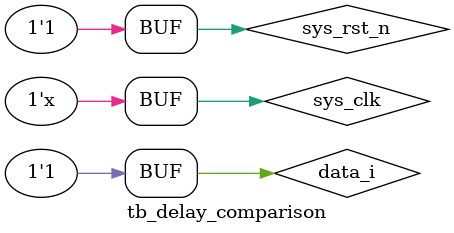
<source format=v>
`timescale 1ns/1ps
module tb_delay_comparison;
//inputs
reg sys_clk;
reg sys_rst_n;

reg data_i;
//outputs
wire data_blocking;
wire data_nonblocking;
wire data_combinatory;

//时钟激励
initial sys_clk=0;
always #10 sys_clk=~sys_clk;

//复位激励
initial begin
    sys_rst_n=1;
    #20;
    sys_rst_n=0;
    #20;
    sys_rst_n=1;
end

//信号输入
initial begin
  data_i=0;
  #30
  data_i=1;
end
delay_comparison uut(
    .sys_clk(sys_clk),
    .sys_rst_n(sys_rst_n),
    .data_i(data_i),

    .data_blocking(data_blocking),
    .data_nonblocking(data_nonblocking),
    .data_combinatory(data_combinatory)
);
endmodule
</source>
